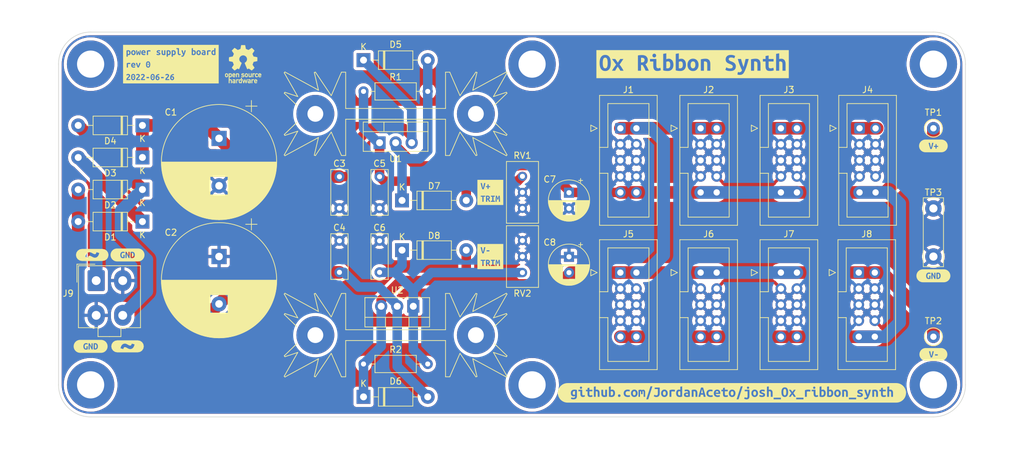
<source format=kicad_pcb>
(kicad_pcb (version 20211014) (generator pcbnew)
  (title_block (title "Josh Ox Ribbon Synth power supply board") (date "2022-06-26") (rev "0") (comment 2 "creativecommons.org/licences/by/4.0") (comment 3 "license: CC by 4.0") (comment 4 "Author: Jordan Aceto"))
  (layers (0 "F.Cu" signal) (31 "B.Cu" signal) (34 "B.Paste" user) (35 "F.Paste" user) (36 "B.SilkS" user "B.Silkscreen") (37 "F.SilkS" user "F.Silkscreen") (38 "B.Mask" user) (39 "F.Mask" user) (44 "Edge.Cuts" user))
  (net 0 "")
  (net 1 "Net-(C1-Pad1)")
  (net 2 "GND")
  (net 3 "Net-(C2-Pad2)")
  (net 4 "Net-(C5-Pad1)")
  (net 5 "Net-(C6-Pad2)")
  (net 6 "+15V")
  (net 7 "-15V")
  (net 8 "Net-(D1-Pad1)")
  (net 9 "Net-(D2-Pad1)")
  (footprint "kibuzzard-62B8A02A" (layer "F.Cu") (at 85.09 106.68)
    (fp_text reference "kibuzzard-62B8A02A" hide)
    (fp_text value "G***" hide)
  )
  (footprint "Package_TO_SOT_THT:TO-220-3_Vertical" (layer "F.Cu") (at 130.556 88.9)
    (fp_text reference "U1" (at 2.54 2.54) (layer "F.SilkS"))
    (fp_text value "LM317_TO-220")
    (pad "1" thru_hole rect (at 0 0) (size 1.905 2) (drill 1.1) (layers *.Cu *.Mask) (net 4 "Net-(C5-Pad1)"))
    (pad "2" thru_hole oval (at 2.54 0) (size 1.905 2) (drill 1.1) (layers *.Cu *.Mask) (net 6 "+15V"))
    (pad "3" thru_hole oval (at 5.08 0) (size 1.905 2) (drill 1.1) (layers *.Cu *.Mask) (net 1 "Net-(C1-Pad1)"))
  )
  (footprint "kibuzzard-62AC7A9F" (layer "F.Cu") (at 180.086 76.454)
    (fp_text reference "kibuzzard-62AC7A9F" hide)
    (fp_text value "G***" hide)
  )
  (footprint "Resistor_THT:R_Axial_DIN0207_L6.3mm_D2.5mm_P10.16mm_Horizontal" (layer "F.Cu") (at 138.176 80.772 180)
    (fp_text reference "R1" (at 5.08 2.286) (layer "F.SilkS"))
    (fp_text value "240")
    (pad "1" thru_hole circle (at 0 0 180) (size 1.6 1.6) (drill 0.8) (layers *.Cu *.Mask) (net 6 "+15V"))
    (pad "2" thru_hole oval (at 10.16 0 180) (size 1.6 1.6) (drill 0.8) (layers *.Cu *.Mask) (net 4 "Net-(C5-Pad1)"))
  )
  (footprint "Diode_THT:D_DO-41_SOD81_P10.16mm_Horizontal" (layer "F.Cu") (at 134.112 98.044)
    (fp_text reference "D7" (at 5.08 -2.286 180) (layer "F.SilkS"))
    (fp_text value "1N4002")
    (fp_text user "K" (at 0 -2.1) (layer "F.SilkS"))
    (pad "1" thru_hole rect (at 0 0) (size 2.2 2.2) (drill 1.1) (layers *.Cu *.Mask) (net 6 "+15V"))
    (pad "2" thru_hole oval (at 10.16 0) (size 2.2 2.2) (drill 1.1) (layers *.Cu *.Mask) (net 4 "Net-(C5-Pad1)"))
  )
  (footprint "kibuzzard-62B89F93" (layer "F.Cu") (at 90.678 106.68)
    (fp_text reference "kibuzzard-62B89F93" hide)
    (fp_text value "G***" hide)
  )
  (footprint "TestPoint:TestPoint_Bridge_Pitch7.62mm_Drill1.3mm" (layer "F.Cu") (at 218.186 106.934 90)
    (fp_text reference "TP3" (at 10.16 0 180) (layer "F.SilkS"))
    (fp_text value "GND")
    (pad "1" thru_hole circle (at 0 0 90) (size 2.6 2.6) (drill 1.3) (layers *.Cu *.Mask) (net 2 "GND"))
    (pad "1" thru_hole circle (at 7.62 0 90) (size 2.6 2.6) (drill 1.3) (layers *.Cu *.Mask) (net 2 "GND"))
  )
  (footprint "kibuzzard-62B89FD2" (layer "F.Cu") (at 148.082 96.774)
    (fp_text reference "kibuzzard-62B89FD2" hide)
    (fp_text value "G***" hide)
  )
  (footprint "Connector_IDC:IDC-Header_2x05_P2.54mm_Vertical" (layer "F.Cu") (at 168.656 86.614)
    (fp_text reference "J1" (at 1.27 -6.1) (layer "F.SilkS"))
    (fp_text value "power_out")
    (pad "1" thru_hole roundrect (at 0 0) (size 1.7 1.7) (drill 1) (layers *.Cu *.Mask) (roundrect_rratio 0.147059) (net 7 "-15V"))
    (pad "2" thru_hole circle (at 2.54 0) (size 1.7 1.7) (drill 1) (layers *.Cu *.Mask) (net 7 "-15V"))
    (pad "3" thru_hole circle (at 0 2.54) (size 1.7 1.7) (drill 1) (layers *.Cu *.Mask) (net 2 "GND"))
    (pad "4" thru_hole circle (at 2.54 2.54) (size 1.7 1.7) (drill 1) (layers *.Cu *.Mask) (net 2 "GND"))
    (pad "5" thru_hole circle (at 0 5.08) (size 1.7 1.7) (drill 1) (layers *.Cu *.Mask) (net 2 "GND"))
    (pad "6" thru_hole circle (at 2.54 5.08) (size 1.7 1.7) (drill 1) (layers *.Cu *.Mask) (net 2 "GND"))
    (pad "7" thru_hole circle (at 0 7.62) (size 1.7 1.7) (drill 1) (layers *.Cu *.Mask) (net 2 "GND"))
    (pad "8" thru_hole circle (at 2.54 7.62) (size 1.7 1.7) (drill 1) (layers *.Cu *.Mask) (net 2 "GND"))
    (pad "9" thru_hole circle (at 0 10.16) (size 1.7 1.7) (drill 1) (layers *.Cu *.Mask) (net 6 "+15V"))
    (pad "10" thru_hole circle (at 2.54 10.16) (size 1.7 1.7) (drill 1) (layers *.Cu *.Mask) (net 6 "+15V"))
  )
  (footprint "Diode_THT:D_DO-41_SOD81_P10.16mm_Horizontal" (layer "F.Cu") (at 93.032 86.158 180)
    (fp_text reference "D4" (at 5.08 -2.47) (layer "F.SilkS"))
    (fp_text value "1N4002")
    (fp_text user "K" (at 0 -2.1) (layer "F.SilkS"))
    (pad "1" thru_hole rect (at 0 0 180) (size 2.2 2.2) (drill 1.1) (layers *.Cu *.Mask) (net 1 "Net-(C1-Pad1)"))
    (pad "2" thru_hole oval (at 10.16 0 180) (size 2.2 2.2) (drill 1.1) (layers *.Cu *.Mask) (net 9 "Net-(D2-Pad1)"))
  )
  (footprint "Symbol:OSHW-Logo_5.7x6mm_SilkScreen" (layer "F.Cu") (at 108.966 76.454)
    (fp_text reference "REF**" hide)
    (fp_text value "OSHW-Logo_5.7x6mm_SilkScreen" hide)
  )
  (footprint "Diode_THT:D_DO-41_SOD81_P10.16mm_Horizontal" (layer "F.Cu") (at 93.032 91.238 180)
    (fp_text reference "D3" (at 5.08 -2.47) (layer "F.SilkS"))
    (fp_text value "1N4002")
    (fp_text user "K" (at 0 -2.1) (layer "F.SilkS"))
    (pad "1" thru_hole rect (at 0 0 180) (size 2.2 2.2) (drill 1.1) (layers *.Cu *.Mask) (net 1 "Net-(C1-Pad1)"))
    (pad "2" thru_hole oval (at 10.16 0 180) (size 2.2 2.2) (drill 1.1) (layers *.Cu *.Mask) (net 8 "Net-(D1-Pad1)"))
  )
  (footprint "MountingHole:MountingHole_4.3mm_M4_DIN965_Pad" (layer "F.Cu") (at 84.836 76.454)
    (fp_text reference "REF**" hide)
    (fp_text value "MountingHole_4.3mm_M4_DIN965_Pad")
    (pad "1" thru_hole circle locked (at 0 0) (size 7.5 7.5) (drill 4.3) (layers *.Cu *.Mask))
  )
  (footprint "Diode_THT:D_DO-41_SOD81_P10.16mm_Horizontal" (layer "F.Cu") (at 93.032 101.398 180)
    (fp_text reference "D1" (at 5.08 -2.47) (layer "F.SilkS"))
    (fp_text value "1N4002")
    (fp_text user "K" (at 0 -2.1) (layer "F.SilkS"))
    (pad "1" thru_hole rect (at 0 0 180) (size 2.2 2.2) (drill 1.1) (layers *.Cu *.Mask) (net 8 "Net-(D1-Pad1)"))
    (pad "2" thru_hole oval (at 10.16 0 180) (size 2.2 2.2) (drill 1.1) (layers *.Cu *.Mask) (net 3 "Net-(C2-Pad2)"))
  )
  (footprint "custom_footprints:Heatsink_Fischer_SK104-STC-STIC_35x13mm_2xDrill2.5mm" (layer "F.Cu") (at 133.096 119.38)
    (fp_text reference "REF**" hide)
    (fp_text value "Heatsink_Fischer_SK104-STC-STIC_35x13mm_2xDrill2.5mm")
    (pad "1" thru_hole circle (at 12.7 0) (size 6 6) (drill 2.5) (layers *.Cu *.Mask))
    (pad "1" thru_hole circle (at -12.7 0 180) (size 6 6) (drill 2.5) (layers *.Cu *.Mask))
  )
  (footprint "Capacitor_THT:CP_Radial_D18.0mm_P7.50mm" (layer "F.Cu") (at 105.156 106.934 -90)
    (fp_text reference "C2" (at -3.81 7.62 180) (layer "F.SilkS"))
    (fp_text value "3300u")
    (pad "1" thru_hole rect (at 0 0 270) (size 2.4 2.4) (drill 1.2) (layers *.Cu *.Mask) (net 2 "GND"))
    (pad "2" thru_hole circle (at 7.5 0 270) (size 2.4 2.4) (drill 1.2) (layers *.Cu *.Mask) (net 3 "Net-(C2-Pad2)"))
  )
  (footprint "Connector_IDC:IDC-Header_2x05_P2.54mm_Vertical" (layer "F.Cu") (at 206.502 86.614)
    (fp_text reference "J4" (at 1.27 -6.1) (layer "F.SilkS"))
    (fp_text value "power_out")
    (pad "1" thru_hole roundrect (at 0 0) (size 1.7 1.7) (drill 1) (layers *.Cu *.Mask) (roundrect_rratio 0.147059) (net 7 "-15V"))
    (pad "2" thru_hole circle (at 2.54 0) (size 1.7 1.7) (drill 1) (layers *.Cu *.Mask) (net 7 "-15V"))
    (pad "3" thru_hole circle (at 0 2.54) (size 1.7 1.7) (drill 1) (layers *.Cu *.Mask) (net 2 "GND"))
    (pad "4" thru_hole circle (at 2.54 2.54) (size 1.7 1.7) (drill 1) (layers *.Cu *.Mask) (net 2 "GND"))
    (pad "5" thru_hole circle (at 0 5.08) (size 1.7 1.7) (drill 1) (layers *.Cu *.Mask) (net 2 "GND"))
    (pad "6" thru_hole circle (at 2.54 5.08) (size 1.7 1.7) (drill 1) (layers *.Cu *.Mask) (net 2 "GND"))
    (pad "7" thru_hole circle (at 0 7.62) (size 1.7 1.7) (drill 1) (layers *.Cu *.Mask) (net 2 "GND"))
    (pad "8" thru_hole circle (at 2.54 7.62) (size 1.7 1.7) (drill 1) (layers *.Cu *.Mask) (net 2 "GND"))
    (pad "9" thru_hole circle (at 0 10.16) (size 1.7 1.7) (drill 1) (layers *.Cu *.Mask) (net 6 "+15V"))
    (pad "10" thru_hole circle (at 2.54 10.16) (size 1.7 1.7) (drill 1) (layers *.Cu *.Mask) (net 6 "+15V"))
  )
  (footprint "kibuzzard-62B89F9F" (layer "F.Cu") (at 218.186 89.408)
    (fp_text reference "kibuzzard-62B89F9F" hide)
    (fp_text value "G***" hide)
  )
  (footprint "Potentiometer_THT:Potentiometer_Bourns_3296W_Vertical" (layer "F.Cu") (at 153.162 104.394 90)
    (fp_text reference "RV2" (at -8.382 0 180) (layer "F.SilkS"))
    (fp_text value "5k")
    (pad "1" thru_hole circle (at 0 0 90) (size 1.44 1.44) (drill 0.8) (layers *.Cu *.Mask) (net 2 "GND"))
    (pad "2" thru_hole circle (at -2.54 0 90) (size 1.44 1.44) (drill 0.8) (layers *.Cu *.Mask) (net 2 "GND"))
    (pad "3" thru_hole circle (at -5.08 0 90) (size 1.44 1.44) (drill 0.8) (layers *.Cu *.Mask) (net 5 "Net-(C6-Pad2)"))
  )
  (footprint "Capacitor_THT:C_Rect_L7.0mm_W2.5mm_P5.00mm" (layer "F.Cu") (at 124.206 104.434 -90)
    (fp_text reference "C4" (at -2.072 0 180) (layer "F.SilkS"))
    (fp_text value "100n")
    (pad "1" thru_hole circle (at 0 0 270) (size 1.6 1.6) (drill 0.8) (layers *.Cu *.Mask) (net 2 "GND"))
    (pad "2" thru_hole circle (at 5 0 270) (size 1.6 1.6) (drill 0.8) (layers *.Cu *.Mask) (net 3 "Net-(C2-Pad2)"))
  )
  (footprint "Connector_IDC:IDC-Header_2x05_P2.54mm_Vertical" (layer "F.Cu") (at 206.376 109.474)
    (fp_text reference "J8" (at 1.27 -6.1) (layer "F.SilkS"))
    (fp_text value "power_out")
    (pad "1" thru_hole roundrect (at 0 0) (size 1.7 1.7) (drill 1) (layers *.Cu *.Mask) (roundrect_rratio 0.147059) (net 7 "-15V"))
    (pad "2" thru_hole circle (at 2.54 0) (size 1.7 1.7) (drill 1) (layers *.Cu *.Mask) (net 7 "-15V"))
    (pad "3" thru_hole circle (at 0 2.54) (size 1.7 1.7) (drill 1) (layers *.Cu *.Mask) (net 2 "GND"))
    (pad "4" thru_hole circle (at 2.54 2.54) (size 1.7 1.7) (drill 1) (layers *.Cu *.Mask) (net 2 "GND"))
    (pad "5" thru_hole circle (at 0 5.08) (size 1.7 1.7) (drill 1) (layers *.Cu *.Mask) (net 2 "GND"))
    (pad "6" thru_hole circle (at 2.54 5.08) (size 1.7 1.7) (drill 1) (layers *.Cu *.Mask) (net 2 "GND"))
    (pad "7" thru_hole circle (at 0 7.62) (size 1.7 1.7) (drill 1) (layers *.Cu *.Mask) (net 2 "GND"))
    (pad "8" thru_hole circle (at 2.54 7.62) (size 1.7 1.7) (drill 1) (layers *.Cu *.Mask) (net 2 "GND"))
    (pad "9" thru_hole circle (at 0 10.16) (size 1.7 1.7) (drill 1) (layers *.Cu *.Mask) (net 6 "+15V"))
    (pad "10" thru_hole circle (at 2.54 10.16) (size 1.7 1.7) (drill 1) (layers *.Cu *.Mask) (net 6 "+15V"))
  )
  (footprint "Connector_IDC:IDC-Header_2x05_P2.54mm_Vertical" (layer "F.Cu") (at 194.056 86.614)
    (fp_text reference "J3" (at 1.27 -6.1) (layer "F.SilkS"))
    (fp_text value "power_out")
    (pad "1" thru_hole roundrect (at 0 0) (size 1.7 1.7) (drill 1) (layers *.Cu *.Mask) (roundrect_rratio 0.147059) (net 7 "-15V"))
    (pad "2" thru_hole circle (at 2.54 0) (size 1.7 1.7) (drill 1) (layers *.Cu *.Mask) (net 7 "-15V"))
    (pad "3" thru_hole circle (at 0 2.54) (size 1.7 1.7) (drill 1) (layers *.Cu *.Mask) (net 2 "GND"))
    (pad "4" thru_hole circle (at 2.54 2.54) (size 1.7 1.7) (drill 1) (layers *.Cu *.Mask) (net 2 "GND"))
    (pad "5" thru_hole circle (at 0 5.08) (size 1.7 1.7) (drill 1) (layers *.Cu *.Mask) (net 2 "GND"))
    (pad "6" thru_hole circle (at 2.54 5.08) (size 1.7 1.7) (drill 1) (layers *.Cu *.Mask) (net 2 "GND"))
    (pad "7" thru_hole circle (at 0 7.62) (size 1.7 1.7) (drill 1) (layers *.Cu *.Mask) (net 2 "GND"))
    (pad "8" thru_hole circle (at 2.54 7.62) (size 1.7 1.7) (drill 1) (layers *.Cu *.Mask) (net 2 "GND"))
    (pad "9" thru_hole circle (at 0 10.16) (size 1.7 1.7) (drill 1) (layers *.Cu *.Mask) (net 6 "+15V"))
    (pad "10" thru_hole circle (at 2.54 10.16) (size 1.7 1.7) (drill 1) (layers *.Cu *.Mask) (net 6 "+15V"))
  )
  (footprint "Connector_IDC:IDC-Header_2x05_P2.54mm_Vertical" (layer "F.Cu") (at 168.656 109.474)
    (fp_text reference "J5" (at 1.27 -6.1) (layer "F.SilkS"))
    (fp_text value "power_out")
    (pad "1" thru_hole roundrect (at 0 0) (size 1.7 1.7) (drill 1) (layers *.Cu *.Mask) (roundrect_rratio 0.147059) (net 7 "-15V"))
    (pad "2" thru_hole circle (at 2.54 0) (size 1.7 1.7) (drill 1) (layers *.Cu *.Mask) (net 7 "-15V"))
    (pad "3" thru_hole circle (at 0 2.54) (size 1.7 1.7) (drill 1) (layers *.Cu *.Mask) (net 2 "GND"))
    (pad "4" thru_hole circle (at 2.54 2.54) (size 1.7 1.7) (drill 1) (layers *.Cu *.Mask) (net 2 "GND"))
    (pad "5" thru_hole circle (at 0 5.08) (size 1.7 1.7) (drill 1) (layers *.Cu *.Mask) (net 2 "GND"))
    (pad "6" thru_hole circle (at 2.54 5.08) (size 1.7 1.7) (drill 1) (layers *.Cu *.Mask) (net 2 "GND"))
    (pad "7" thru_hole circle (at 0 7.62) (size 1.7 1.7) (drill 1) (layers *.Cu *.Mask) (net 2 "GND"))
    (pad "8" thru_hole circle (at 2.54 7.62) (size 1.7 1.7) (drill 1) (layers *.Cu *.Mask) (net 2 "GND"))
    (pad "9" thru_hole circle (at 0 10.16) (size 1.7 1.7) (drill 1) (layers *.Cu *.Mask) (net 6 "+15V"))
    (pad "10" thru_hole circle (at 2.54 10.16) (size 1.7 1.7) (drill 1) (layers *.Cu *.Mask) (net 6 "+15V"))
  )
  (footprint "Capacitor_THT:CP_Radial_D6.3mm_P2.50mm" (layer "F.Cu") (at 160.528 96.814 -90)
    (fp_text reference "C7" (at -2.119621 3.048 180) (layer "F.SilkS"))
    (fp_text value "10u")
    (pad "1" thru_hole rect (at 0 0 270) (size 1.6 1.6) (drill 0.8) (layers *.Cu *.Mask) (net 6 "+15V"))
    (pad "2" thru_hole circle (at 2.5 0 270) (size 1.6 1.6) (drill 0.8) (layers *.Cu *.Mask) (net 2 "GND"))
  )
  (footprint "Capacitor_THT:CP_Radial_D18.0mm_P7.50mm" (layer "F.Cu") (at 105.156 88.21622 -90)
    (fp_text reference "C1" (at -4.14222 7.62 180) (layer "F.SilkS"))
    (fp_text value "3300u")
    (pad "1" thru_hole rect (at 0 0 270) (size 2.4 2.4) (drill 1.2) (layers *.Cu *.Mask) (net 1 "Net-(C1-Pad1)"))
    (pad "2" thru_hole circle (at 7.5 0 270) (size 2.4 2.4) (drill 1.2) (layers *.Cu *.Mask) (net 2 "GND"))
  )
  (footprint "Resistor_THT:R_Axial_DIN0207_L6.3mm_D2.5mm_P10.16mm_Horizontal" (layer "F.Cu") (at 138.176 123.952 180)
    (fp_text reference "R2" (at 5.08 2.286) (layer "F.SilkS"))
    (fp_text value "240")
    (pad "1" thru_hole circle (at 0 0 180) (size 1.6 1.6) (drill 0.8) (layers *.Cu *.Mask) (net 5 "Net-(C6-Pad2)"))
    (pad "2" thru_hole oval (at 10.16 0 180) (size 1.6 1.6) (drill 0.8) (layers *.Cu *.Mask) (net 7 "-15V"))
  )
  (footprint "Capacitor_THT:C_Rect_L7.0mm_W2.5mm_P5.00mm" (layer "F.Cu") (at 130.556 94.274 -90)
    (fp_text reference "C5" (at -2.072 0 180) (layer "F.SilkS"))
    (fp_text value "100n")
    (pad "1" thru_hole circle (at 0 0 270) (size 1.6 1.6) (drill 0.8) (layers *.Cu *.Mask) (net 4 "Net-(C5-Pad1)"))
    (pad "2" thru_hole circle (at 5 0 270) (size 1.6 1.6) (drill 0.8) (layers *.Cu *.Mask) (net 2 "GND"))
  )
  (footprint "custom_footprints:Heatsink_Fischer_SK104-STC-STIC_35x13mm_2xDrill2.5mm" (layer "F.Cu") (at 133.096 84.328)
    (fp_text reference "REF**" hide)
    (fp_text value "Heatsink_Fischer_SK104-STC-STIC_35x13mm_2xDrill2.5mm")
    (pad "1" thru_hole circle (at 12.7 0) (size 6 6) (drill 2.5) (layers *.Cu *.Mask))
    (pad "1" thru_hole circle (at -12.7 0 180) (size 6 6) (drill 2.5) (layers *.Cu *.Mask))
  )
  (footprint "MountingHole:MountingHole_4.3mm_M4_DIN965_Pad" (layer "F.Cu") (at 218.186 76.454)
    (fp_text reference "REF**" hide)
    (fp_text value "MountingHole_4.3mm_M4_DIN965_Pad")
    (pad "1" thru_hole circle locked (at 0 0) (size 7.5 7.5) (drill 4.3) (layers *.Cu *.Mask))
  )
  (footprint "MountingHole:MountingHole_4.3mm_M4_DIN965_Pad" (layer "F.Cu") (at 218.186 127.254)
    (fp_text reference "REF**" hide)
    (fp_text value "MountingHole_4.3mm_M4_DIN965_Pad")
    (pad "1" thru_hole circle locked (at 0 0) (size 7.5 7.5) (drill 4.3) (layers *.Cu *.Mask))
  )
  (footprint "Diode_THT:D_DO-41_SOD81_P10.16mm_Horizontal" (layer "F.Cu") (at 128.016 75.819)
    (fp_text reference "D5" (at 5.08 -2.47) (layer "F.SilkS"))
    (fp_text value "1N4002")
    (fp_text user "K" (at 0 -2.1) (layer "F.SilkS"))
    (pad "1" thru_hole rect (at 0 0) (size 2.2 2.2) (drill 1.1) (layers *.Cu *.Mask) (net 1 "Net-(C1-Pad1)"))
    (pad "2" thru_hole oval (at 10.16 0) (size 2.2 2.2) (drill 1.1) (layers *.Cu *.Mask) (net 6 "+15V"))
  )
  (footprint "MountingHole:MountingHole_4.3mm_M4_DIN965_Pad" (layer "F.Cu") (at 154.686 127.254)
    (fp_text reference "REF**" hide)
    (fp_text value "MountingHole_4.3mm_M4_DIN965_Pad")
    (pad "1" thru_hole circle locked (at 0 0) (size 7.5 7.5) (drill 4.3) (layers *.Cu *.Mask))
  )
  (footprint "TestPoint:TestPoint_Keystone_5000-5004_Miniature" (layer "F.Cu") (at 218.186 119.634)
    (fp_text reference "TP2" (at 0 -2.5) (layer "F.SilkS"))
    (fp_text value "V-")
    (pad "1" thru_hole circle (at 0 0) (size 2 2) (drill 1) (layers *.Cu *.Mask) (net 7 "-15V"))
  )
  (footprint "Connector_IDC:IDC-Header_2x05_P2.54mm_Vertical" (layer "F.Cu") (at 194.056 109.474)
    (fp_text reference "J7" (at 1.27 -6.1) (layer "F.SilkS"))
    (fp_text value "power_out")
    (pad "1" thru_hole roundrect (at 0 0) (size 1.7 1.7) (drill 1) (layers *.Cu *.Mask) (roundrect_rratio 0.147059) (net 7 "-15V"))
    (pad "2" thru_hole circle (at 2.54 0) (size 1.7 1.7) (drill 1) (layers *.Cu *.Mask) (net 7 "-15V"))
    (pad "3" thru_hole circle (at 0 2.54) (size 1.7 1.7) (drill 1) (layers *.Cu *.Mask) (net 2 "GND"))
    (pad "4" thru_hole circle (at 2.54 2.54) (size 1.7 1.7) (drill 1) (layers *.Cu *.Mask) (net 2 "GND"))
    (pad "5" thru_hole circle (at 0 5.08) (size 1.7 1.7) (drill 1) (layers *.Cu *.Mask) (net 2 "GND"))
    (pad "6" thru_hole circle (at 2.54 5.08) (size 1.7 1.7) (drill 1) (layers *.Cu *.Mask) (net 2 "GND"))
    (pad "7" thru_hole circle (at 0 7.62) (size 1.7 1.7) (drill 1) (layers *.Cu *.Mask) (net 2 "GND"))
    (pad "8" thru_hole circle (at 2.54 7.62) (size 1.7 1.7) (drill 1) (layers *.Cu *.Mask) (net 2 "GND"))
    (pad "9" thru_hole circle (at 0 10.16) (size 1.7 1.7) (drill 1) (layers *.Cu *.Mask) (net 6 "+15V"))
    (pad "10" thru_hole circle (at 2.54 10.16) (size 1.7 1.7) (drill 1) (layers *.Cu *.Mask) (net 6 "+15V"))
  )
  (footprint "Connector_IDC:IDC-Header_2x05_P2.54mm_Vertical" (layer "F.Cu") (at 181.356 86.614)
    (fp_text reference "J2" (at 1.27 -6.1) (layer "F.SilkS"))
    (fp_text value "power_out")
    (pad "1" thru_hole roundrect (at 0 0) (size 1.7 1.7) (drill 1) (layers *.Cu *.Mask) (roundrect_rratio 0.147059) (net 7 "-15V"))
    (pad "2" thru_hole circle (at 2.54 0) (size 1.7 1.7) (drill 1) (layers *.Cu *.Mask) (net 7 "-15V"))
    (pad "3" thru_hole circle (at 0 2.54) (size 1.7 1.7) (drill 1) (layers *.Cu *.Mask) (net 2 "GND"))
    (pad "4" thru_hole circle (at 2.54 2.54) (size 1.7 1.7) (drill 1) (layers *.Cu *.Mask) (net 2 "GND"))
    (pad "5" thru_hole circle (at 0 5.08) (size 1.7 1.7) (drill 1) (layers *.Cu *.Mask) (net 2 "GND"))
    (pad "6" thru_hole circle (at 2.54 5.08) (size 1.7 1.7) (drill 1) (layers *.Cu *.Mask) (net 2 "GND"))
    (pad "7" thru_hole circle (at 0 7.62) (size 1.7 1.7) (drill 1) (layers *.Cu *.Mask) (net 2 "GND"))
    (pad "8" thru_hole circle (at 2.54 7.62) (size 1.7 1.7) (drill 1) (layers *.Cu *.Mask) (net 2 "GND"))
    (pad "9" thru_hole circle (at 0 10.16) (size 1.7 1.7) (drill 1) (layers *.Cu *.Mask) (net 6 "+15V"))
    (pad "10" thru_hole circle (at 2.54 10.16) (size 1.7 1.7) (drill 1) (layers *.Cu *.Mask) (net 6 "+15V"))
  )
  (footprint "MountingHole:MountingHole_4.3mm_M4_DIN965_Pad" (layer "F.Cu") (at 154.686 76.454)
    (fp_text reference "REF**" hide)
    (fp_text value "MountingHole_4.3mm_M4_DIN965_Pad")
    (pad "1" thru_hole circle locked (at 0 0) (size 7.5 7.5) (drill 4.3) (layers *.Cu *.Mask))
  )
  (footprint "Connector_IDC:IDC-Header_2x05_P2.54mm_Vertical" (layer "F.Cu") (at 181.356 109.474)
    (fp_text reference "J6" (at 1.27 -6.1) (layer "F.SilkS"))
    (fp_text value "power_out")
    (pad "1" thru_hole roundrect (at 0 0) (size 1.7 1.7) (drill 1) (layers *.Cu *.Mask) (roundrect_rratio 0.147059) (net 7 "-15V"))
    (pad "2" thru_hole circle (at 2.54 0) (size 1.7 1.7) (drill 1) (layers *.Cu *.Mask) (net 7 "-15V"))
    (pad "3" thru_hole circle (at 0 2.54) (size 1.7 1.7) (drill 1) (layers *.Cu *.Mask) (net 2 "GND"))
    (pad "4" thru_hole circle (at 2.54 2.54) (size 1.7 1.7) (drill 1) (layers *.Cu *.Mask) (net 2 "GND"))
    (pad "5" thru_hole circle (at 0 5.08) (size 1.7 1.7) (drill 1) (layers *.Cu *.Mask) (net 2 "GND"))
    (pad "6" thru_hole circle (at 2.54 5.08) (size 1.7 1.7) (drill 1) (layers *.Cu *.Mask) (net 2 "GND"))
    (pad "7" thru_hole circle (at 0 7.62) (size 1.7 1.7) (drill 1) (layers *.Cu *.Mask) (net 2 "GND"))
    (pad "8" thru_hole circle (at 2.54 7.62) (size 1.7 1.7) (drill 1) (layers *.Cu *.Mask) (net 2 "GND"))
    (pad "9" thru_hole circle (at 0 10.16) (size 1.7 1.7) (drill 1) (layers *.Cu *.Mask) (net 6 "+15V"))
    (pad "10" thru_hole circle (at 2.54 10.16) (size 1.7 1.7) (drill 1) (layers *.Cu *.Mask) (net 6 "+15V"))
  )
  (footprint "MountingHole:MountingHole_4.3mm_M4_DIN965_Pad" (layer "F.Cu") (at 84.836 127.254)
    (fp_text reference "REF**" hide)
    (fp_text value "MountingHole_4.3mm_M4_DIN965_Pad")
    (pad "1" thru_hole circle locked (at 0 0) (size 7.5 7.5) (drill 4.3) (layers *.Cu *.Mask))
  )
  (footprint "kibuzzard-62B89FA9" (layer "F.Cu") (at 218.186 122.428)
    (fp_text reference "kibuzzard-62B89FA9" hide)
    (fp_text value "G***" hide)
  )
  (footprint "kibuzzard-62B89F93" (layer "F.Cu") (at 84.836 121.158)
    (fp_text reference "kibuzzard-62B89F93" hide)
    (fp_text value "G***" hide)
  )
  (footprint "Diode_THT:D_DO-41_SOD81_P10.16mm_Horizontal" (layer "F.Cu") (at 128.016 129.159)
    (fp_text reference "D6" (at 5.08 -2.47) (layer "F.SilkS"))
    (fp_text value "1N4002")
    (fp_text user "K" (at 0 -2.1) (layer "F.SilkS"))
    (pad "1" thru_hole rect (at 0 0) (size 2.2 2.2) (drill 1.1) (layers *.Cu *.Mask) (net 7 "-15V"))
    (pad "2" thru_hole oval (at 10.16 0) (size 2.2 2.2) (drill 1.1) (layers *.Cu *.Mask) (net 3 "Net-(C2-Pad2)"))
  )
  (footprint "Connector_Molex:Molex_Mini-Fit_Jr_5566-04A_2x02_P4.20mm_Vertical" (layer "F.Cu") (at 85.716 110.744)
    (fp_text reference "J9" (at -4.436 2.032) (layer "F.SilkS"))
    (fp_text value "AC_power_in")
    (pad "1" thru_hole roundrect (at 0 0) (size 2.7 3.3) (drill 1.4) (layers *.Cu *.Mask) (roundrect_rratio 0.092593) (net 8 "Net-(D1-Pad1)"))
    (pad "2" thru_hole oval (at 4.2 0) (size 2.7 3.3) (drill 1.4) (layers *.Cu *.Mask) (net 2 "GND"))
    (pad "3" thru_hole oval (at 0 5.5) (size 2.7 3.3) (drill 1.4) (layers *.Cu *.Mask) (net 2 "GND"))
    (pad "4" thru_hole oval (at 4.2 5.5) (size 2.7 3.3) (drill 1.4) (layers *.Cu *.Mask) (net 9 "Net-(D2-Pad1)"))
  )
  (footprint "Capacitor_THT:C_Rect_L7.0mm_W2.5mm_P5.00mm" (layer "F.Cu") (at 124.206 94.274 -90)
    (fp_text reference "C3" (at -2.072 0 180) (layer "F.SilkS"))
    (fp_text value "100n")
    (pad "1" thru_hole circle (at 0 0 270) (size 1.6 1.6) (drill 0.8) (layers *.Cu *.Mask) (net 1 "Net-(C1-Pad1)"))
    (pad "2" thru_hole circle (at 5 0 270) (size 1.6 1.6) (drill 0.8) (layers *.Cu *.Mask) (net 2 "GND"))
  )
  (footprint "Capacitor_THT:C_Rect_L7.0mm_W2.5mm_P5.00mm" (layer "F.Cu") (at 130.556 104.434 -90)
    (fp_text reference "C6" (at -2.072 0 180) (layer "F.SilkS"))
    (fp_text value "100n")
    (pad "1" thru_hole circle (at 0 0 270) (size 1.6 1.6) (drill 0.8) (layers *.Cu *.Mask) (net 2 "GND"))
    (pad "2" thru_hole circle (at 5 0 270) (size 1.6 1.6) (drill 0.8) (layers *.Cu *.Mask) (net 5 "Net-(C6-Pad2)"))
  )
  (footprint "Diode_THT:D_DO-41_SOD81_P10.16mm_Horizontal" (layer "F.Cu") (at 93.032 96.318 180)
    (fp_text reference "D2" (at 5.08 -2.47) (layer "F.SilkS"))
    (fp_text value "1N4002")
    (fp_text user "K" (at 0 -2.1) (layer "F.SilkS"))
    (pad "1" thru_hole rect (at 0 0 180) (size 2.2 2.2) (drill 1.1) (layers *.Cu *.Mask) (net 9 "Net-(D2-Pad1)"))
    (pad "2" thru_hole oval (at 10.16 0 180) (size 2.2 2.2) (drill 1.1) (layers *.Cu *.Mask) (net 3 "Net-(C2-Pad2)"))
  )
  (footprint "Capacitor_THT:CP_Radial_D6.3mm_P2.50mm" (layer "F.Cu") (at 160.528 106.974 -90)
    (fp_text reference "C8" (at -2.286 3.048 180) (layer "F.SilkS"))
    (fp_text value "10u")
    (pad "1" thru_hole rect (at 0 0 270) (size 1.6 1.6) (drill 0.8) (layers *.Cu *.Mask) (net 2 "GND"))
    (pad "2" thru_hole circle (at 2.5 0 270) (size 1.6 1.6) (drill 0.8) (layers *.Cu *.Mask) (net 7 "-15V"))
  )
  (footprint "TestPoint:TestPoint_Keystone_5000-5004_Miniature" (layer "F.Cu") (at 218.186 86.614)
    (fp_text reference "TP1" (at 0 -2.5) (layer "F.SilkS"))
    (fp_text value "V+")
    (pad "1" thru_hole circle (at 0 0) (size 2 2) (drill 1) (layers *.Cu *.Mask) (net 6 "+15V"))
  )
  (footprint "Package_TO_SOT_THT:TO-220-3_Vertical" (layer "F.Cu") (at 135.89 114.808 180)
    (fp_text reference "U2" (at 2.54 2.54) (layer "F.SilkS"))
    (fp_text value "LM337_TO220")
    (pad "1" thru_hole rect (at 0 0 180) (size 1.905 2) (drill 1.1) (layers *.Cu *.Mask) (net 5 "Net-(C6-Pad2)"))
    (pad "2" thru_hole oval (at 2.54 0 180) (size 1.905 2) (drill 1.1) (layers *.Cu *.Mask) (net 3 "Net-(C2-Pad2)"))
    (pad "3" thru_hole oval (at 5.08 0 180) (size 1.905 2) (drill 1.1) (layers *.Cu *.Mask) (net 7 "-15V"))
  )
  (footprint "Potentiometer_THT:Potentiometer_Bourns_3296W_Vertical" (layer "F.Cu") (at 153.162 94.224 90)
    (fp_text reference "RV1" (at 3.292 0 180) (layer "F.SilkS"))
    (fp_text value "5k")
    (pad "1" thru_hole circle (at 0 0 90) (size 1.44 1.44) (drill 0.8) (layers *.Cu *.Mask) (net 4 "Net-(C5-Pad1)"))
    (pad "2" thru_hole circle (at -2.54 0 90) (size 1.44 1.44) (drill 0.8) (layers *.Cu *.Mask) (net 2 "GND"))
    (pad "3" thru_hole circle (at -5.08 0 90) (size 1.44 1.44) (drill 0.8) (layers *.Cu *.Mask) (net 2 "GND"))
  )
  (footprint "kibuzzard-62B8A02A" (layer "F.Cu") (at 90.678 121.158)
    (fp_text reference "kibuzzard-62B8A02A" hide)
    (fp_text value "G***" hide)
  )
  (footprint "kibuzzard-62B89FC4" (layer "F.Cu") (at 148.082 106.934)
    (fp_text reference "kibuzzard-62B89FC4" hide)
    (fp_text value "G***" hide)
  )
  (footprint "kibuzzard-62B8A297" (layer "F.Cu") (at 186.309 128.524)
    (fp_text reference "kibuzzard-62B8A297" hide)
    (fp_text value "G***" hide)
  )
  (footprint "kibuzzard-62B8A17C" (layer "F.Cu") (at 97.536 76.454)
    (fp_text reference "kibuzzard-62B8A17C" hide)
    (fp_text value "G***" hide)
  )
  (footprint "kibuzzard-62B89F93" (layer "F.Cu") (at 218.186 109.982)
    (fp_text reference "kibuzzard-62B89F93" hide)
    (fp_text value "G***" hide)
  )
  (footprint "Diode_THT:D_DO-41_SOD81_P10.16mm_Horizontal" (layer "F.Cu") (at 134.112 105.918)
    (fp_text reference "D8" (at 5.08 -2.286) (layer "F.SilkS"))
    (fp_text value "1N4002")
    (fp_text user "K" (at 0 -2.1) (layer "F.SilkS"))
    (pad "1" thru_hole rect (at 0 0) (size 2.2 2.2) (drill 1.1) (layers *.Cu *.Mask) (net 5 "Net-(C6-Pad2)"))
    (pad "2" thru_hole oval (at 10.16 0) (size 2.2 2.2) (drill 1.1) (layers *.Cu *.Mask) (net 7 "-15V"))
  )
  (gr_arc (start 218.186 71.374) (mid 221.778102 72.861898) (end 223.266 76.454) (layer "Edge.Cuts") (width 0.1))
  (gr_arc (start 79.756 76.454) (mid 81.243898 72.861898) (end 84.836 71.374) (layer "Edge.Cuts") (width 0.1))
  (gr_line (start 79.756 76.454) (end 79.756 127.254) (layer "Edge.Cuts") (width 0.1))
  (gr_line (start 223.266 127.254) (end 223.266 76.454) (layer "Edge.Cuts") (width 0.1))
  (gr_arc (start 223.266 127.254) (mid 221.778102 130.846102) (end 218.186 132.334) (layer "Edge.Cuts") (width 0.1))
  (gr_arc (start 84.836 132.334) (mid 81.243898 130.846102) (end 79.756 127.254) (layer "Edge.Cuts") (width 0.1))
  (gr_line (start 84.836 132.334) (end 218.186 132.334) (layer "Edge.Cuts") (width 0.1))
  (gr_line (start 218.186 71.374) (end 84.836 71.374) (layer "Edge.Cuts") (width 0.1))
  (segment (start 127.254 92.456) (end 125.436 94.274) (width 1.5) (layer "F.Cu") (net 1))
  (segment (start 135.636 88.9) (end 135.636 87.884) (width 1.5) (layer "F.Cu") (net 1))
  (segment (start 93.032 91.238) (end 93.032 86.158) (width 2) (layer "F.Cu") (net 1))
  (segment (start 125.436 94.274) (end 124.206 94.274) (width 1.5) (layer "F.Cu") (net 1))
  (segment (start 127.254 88.392) (end 127.254 92.456) (width 1.5) (layer "F.Cu") (net 1))
  (segment (start 124.206 94.274) (end 111.21378 94.274) (width 2) (layer "F.Cu") (net 1))
  (segment (start 134.366 86.614) (end 129.032 86.614) (width 1.5) (layer "F.Cu") (net 1))
  (segment (start 129.032 86.614) (end 127.254 88.392) (width 1.5) (layer "F.Cu") (net 1))
  (segment (start 111.21378 94.274) (end 105.156 88.21622) (width 2) (layer "F.Cu") (net 1))
  (segment (start 93.032 86.158) (end 103.09778 86.158) (width 2) (layer "F.Cu") (net 1))
  (segment (start 135.636 87.884) (end 134.366 86.614) (width 1.5) (layer "F.Cu") (net 1))
  (segment (start 103.09778 86.158) (end 105.156 88.21622) (width 2) (layer "F.Cu") (net 1))
  (segment (start 135.636 83.439) (end 135.636 88.9) (width 1.5) (layer "B.Cu") (net 1))
  (segment (start 128.016 75.819) (end 135.636 83.439) (width 1.5) (layer "B.Cu") (net 1))
  (segment (start 82.872 96.318) (end 82.872 101.398) (width 2) (layer "F.Cu") (net 3))
  (segment (start 82.872 118.432) (end 86.36 121.92) (width 2) (layer "F.Cu") (net 3))
  (segment (start 82.872 101.398) (end 82.872 118.432) (width 2) (layer "F.Cu") (net 3))
  (segment (start 110.156 109.434) (end 124.206 109.434) (width 2) (layer "F.Cu") (net 3))
  (segment (start 97.67 121.92) (end 105.156 114.434) (width 2) (layer "F.Cu") (net 3))
  (segment (start 86.36 121.92) (end 97.67 121.92) (width 2) (layer "F.Cu") (net 3))
  (segment (start 105.156 114.434) (end 110.156 109.434) (width 2) (layer "F.Cu") (net 3))
  (segment (start 133.35 124.333) (end 138.176 129.159) (width 1.5) (layer "B.Cu") (net 3))
  (segment (start 130.500041 111.76) (end 127.254 111.76) (width 1.5) (layer "B.Cu") (net 3))
  (segment (start 133.096 114.355959) (end 130.500041 111.76) (width 1.5) (layer "B.Cu") (net 3))
  (segment (start 124.928 109.434) (end 124.206 109.434) (width 1.5) (layer "B.Cu") (net 3))
  (segment (start 127.254 111.76) (end 124.928 109.434) (width 1.5) (layer "B.Cu") (net 3))
  (segment (start 133.35 114.935) (end 133.35 124.333) (width 1.5) (layer "B.Cu") (net 3))
  (segment (start 152.39 94.996) (end 153.162 94.224) (width 1.5) (layer "F.Cu") (net 4))
  (segment (start 144.272 95.25) (end 144.018 94.996) (width 1.5) (layer "F.Cu") (net 4))
  (segment (start 131.278 94.996) (end 144.018 94.996) (width 1.5) (layer "F.Cu") (net 4))
  (segment (start 144.018 94.996) (end 152.39 94.996) (width 1.5) (layer "F.Cu") (net 4))
  (segment (start 144.272 98.044) (end 144.272 95.25) (width 1.5) (layer "F.Cu") (net 4))
  (segment (start 130.556 94.274) (end 131.278 94.996) (width 1.5) (layer "F.Cu") (net 4))
  (segment (start 130.556 89.154) (end 130.556 94.274) (width 1.5) (layer "F.Cu") (net 4))
  (segment (start 128.016 80.772) (end 128.016 86.614) (width 1.5) (layer "B.Cu") (net 4))
  (segment (start 128.016 86.614) (end 130.556 89.154) (width 1.5) (layer "B.Cu") (net 4))
  (segment (start 133.016 109.434) (end 130.556 109.434) (width 1.5) (layer "B.Cu") (net 5))
  (segment (start 138.724 109.474) (end 135.89 112.308) (width 1.5) (layer "B.Cu") (net 5))
  (segment (start 153.162 109.474) (end 138.724 109.474) (width 1.5) (layer "B.Cu") (net 5))
  (segment (start 135.89 112.308) (end 135.235 111.653) (width 1.5) (layer "B.Cu") (net 5))
  (segment (start 134.112 105.918) (end 134.112 108.338) (width 1.5) (layer "B.Cu") (net 5))
  (segment (start 134.112 108.338) (end 133.016 109.434) (width 1.5) (layer "B.Cu") (net 5))
  (segment (start 135.89 121.666) (end 138.176 123.952) (width 1.5) (layer "B.Cu") (net 5))
  (segment (start 135.89 114.935) (end 135.89 121.666) (width 1.5) (layer "B.Cu") (net 5))
  (segment (start 135.89 114.808) (end 135.89 112.308) (width 1.5) (layer "B.Cu") (net 5))
  (segment (start 135.235 111.653) (end 133.016 109.434) (width 1.5) (layer "B.Cu") (net 5))
  (segment (start 156.532499 92.524499) (end 160.782 96.774) (width 1.5) (layer "F.Cu") (net 6))
  (segment (start 136.275208 92.564) (end 152.418542 92.564) (width 1.5) (layer "F.Cu") (net 6))
  (segment (start 218.186 89.086081) (end 218.186 86.614) (width 2) (layer "F.Cu") (net 6))
  (segment (start 196.596 96.774) (end 194.056 96.774) (width 2) (layer "F.Cu") (net 6))
  (segment (start 133.096 89.384792) (end 136.275208 92.564) (width 1.5) (layer "F.Cu") (net 6))
  (segment (start 160.528 96.814) (end 160.568 96.774) (width 1.5) (layer "F.Cu") (net 6))
  (segment (start 196.596 96.774) (end 209.296 96.774) (width 2) (layer "F.Cu") (net 6))
  (segment (start 152.418542 92.564) (end 152.458043 92.524499) (width 1.5) (layer "F.Cu") (net 6))
  (segment (start 152.458043 92.524499) (end 156.532499 92.524499) (width 1.5) (layer "F.Cu") (net 6))
  (segment (start 160.568 96.774) (end 168.656 96.774) (width 1.5) (layer "F.Cu") (net 6))
  (segment (start 183.896 96.774) (end 168.656 96.774) (width 2) (layer "F.Cu") (net 6))
  (segment (start 208.916 119.634) (end 168.656 119.634) (width 2) (layer "F.Cu") (net 6))
  (segment (start 210.498081 96.774) (end 218.186 89.086081) (width 2) (layer "F.Cu") (net 6))
  (segment (start 209.296 96.774) (end 210.498081 96.774) (width 2) (layer "F.Cu") (net 6))
  (segment (start 160.782 96.774) (end 160.782 96.814) (width 1.5) (layer "F.Cu") (net 6))
  (segment (start 138.176 80.772) (end 138.176 90.17) (width 1.5) (layer "B.Cu") (net 6))
  (segment (start 206.376 119.634) (end 210.566 119.634) (width 2) (layer "B.Cu") (net 6))
  (segment (start 136.906 91.44) (end 134.874 91.44) (width 1.5) (layer "B.Cu") (net 6))
  (segment (start 211.074 96.774) (end 206.502 96.774) (width 2) (layer "B.Cu") (net 6))
  (segment (start 138.176 75.819) (end 138.176 80.772) (width 1.5) (layer "B.Cu") (net 6))
  (segment (start 138.176 90.17) (end 136.906 91.44) (width 1.5) (layer "B.Cu") (net 6))
  (segment (start 212.852 98.552) (end 211.074 96.774) (width 2) (layer "B.Cu") (net 6))
  (segment (start 133.096 89.662) (end 133.096 88.9) (width 1.5) (layer "B.Cu") (net 6))
  (segment (start 134.112 98.044) (end 134.112 90.678) (width 1.5) (layer "B.Cu") (net 6))
  (segment (start 134.112 90.678) (end 133.096 89.662) (width 1.5) (layer "B.Cu") (net 6))
  (segment (start 210.566 119.634) (end 212.852 117.348) (width 2) (layer "B.Cu") (net 6))
  (segment (start 196.596 96.774) (end 181.356 96.774) (width 2) (layer "B.Cu") (net 6))
  (segment (start 134.874 91.44) (end 133.096 89.662) (width 1.5) (layer "B.Cu") (net 6))
  (segment (start 212.852 117.348) (end 212.852 98.552) (width 2) (layer "B.Cu") (net 6))
  (segment (start 168.656 109.474) (end 160.782 109.474) (width 2) (layer "F.Cu") (net 7))
  (segment (start 144.272 105.918) (end 144.272 110.744) (width 1.5) (layer "F.Cu") (net 7))
  (segment (start 130.81 113.792) (end 133.858 110.744) (width 1.5) (layer "F.Cu") (net 7))
  (segment (start 158.75 111.252) (end 160.528 109.474) (width 1.5) (layer "F.Cu") (net 7))
  (segment (start 133.858 110.744) (end 144.272 110.744) (width 1.5) (layer "F.Cu") (net 7))
  (segment (start 183.896 109.474) (end 168.656 109.474) (width 2) (layer "F.Cu") (net 7))
  (segment (start 151.742499 110.744) (end 152.250499 111.252) (width 1.5) (layer "F.Cu") (net 7))
  (segment (start 144.272 110.744) (end 151.742499 110.744) (width 1.5) (layer "F.Cu") (net 7))
  (segment (start 208.916 109.474) (end 210.118081 109.474) (width 2) (layer "F.Cu") (net 7))
  (segment (start 194.056 109.474) (end 208.916 109.474) (width 2) (layer "F.Cu") (net 7))
  (segment (start 218.186 117.541919) (end 218.186 119.634) (width 2) (layer "F.Cu") (net 7))
  (segment (start 210.118081 109.474) (end 218.186 117.541919) (width 2) (layer "F.Cu") (net 7))
  (segment (start 209.296 86.614) (end 168.656 86.614) (width 2) (layer "F.Cu") (net 7))
  (segment (start 152.250499 111.252) (end 158.75 111.252) (width 1.5) (layer "F.Cu") (net 7))
  (segment (start 130.81 114.808) (end 130.81 113.792) (width 1.5) (layer "F.Cu") (net 7))
  (segment (start 172.72 109.474) (end 175.514 106.68) (width 2) (layer "B.Cu") (net 7))
  (segment (start 130.81 121.158) (end 128.016 123.952) (width 1.5) (layer "B.Cu") (net 7))
  (segment (start 171.196 109.474) (end 172.72 109.474) (width 2) (layer "B.Cu") (net 7))
  (segment (start 128.016 123.952) (end 128.016 129.159) (width 1.5) (layer "B.Cu") (net 7))
  (segment (start 175.514 88.646) (end 173.482 86.614) (width 2) (layer "B.Cu") (net 7))
  (segment (start 173.482 86.614) (end 171.196 86.614) (width 2) (layer "B.Cu") (net 7))
  (segment (start 130.81 114.935) (end 130.81 121.158) (width 1.5) (layer "B.Cu") (net 7))
  (segment (start 175.514 106.68) (end 175.514 88.646) (width 2) (layer "B.Cu") (net 7))
  (segment (start 196.596 109.474) (end 181.356 109.474) (width 2) (layer "B.Cu") (net 7))
  (segment (start 93.032 101.398) (end 82.872 91.238) (width 2) (layer "F.Cu") (net 8))
  (segment (start 85.716 94.082) (end 82.872 91.238) (width 2) (layer "B.Cu") (net 8))
  (segment (start 85.716 110.744) (end 85.716 94.082) (width 2) (layer "B.Cu") (net 8))
  (segment (start 93.032 96.318) (end 82.872 86.158) (width 2) (layer "F.Cu") (net 9))
  (segment (start 93.032 96.318) (end 89.662 99.688) (width 2) (layer "B.Cu") (net 9))
  (segment (start 93.726 112.434) (end 89.916 116.244) (width 2) (layer "B.Cu") (net 9))
  (segment (start 93.726 107.442) (end 93.726 112.434) (width 2) (layer "B.Cu") (net 9))
  (segment (start 89.662 103.378) (end 93.726 107.442) (width 2) (layer "B.Cu") (net 9))
  (segment (start 89.662 99.688) (end 89.662 103.378) (width 2) (layer "B.Cu") (net 9))
  (zone (net 2) (net_name "GND") (layer "F.Cu") (connect_pads (clearance 0.508)) (min_thickness 0.254) (fill yes (thermal_gap 0.508) (thermal_bridge_width 0.508))
    (polygon (pts (xy 227.076 134.874) (xy 77.216 134.874) (xy 77.216 68.834) (xy 227.076 68.834)))
  )
  (zone (net 0) (net_name "") (layer "F.Cu") (connect_pads (clearance 0)) (min_thickness 0.254)
    (keepout (tracks not_allowed) (vias not_allowed) (pads allowed) (copperpour not_allowed) (footprints allowed))
    (fill (thermal_gap 0.508) (thermal_bridge_width 0.508))
    (polygon (pts (xy 125.73 118.11) (xy 140.462 118.11) (xy 140.462 112.014) (xy 151.384 112.014) (xy 151.384 126.492) (xy 140.462 126.492) (xy 140.462 120.65) (xy 125.73 120.65) (xy 125.73 126.492) (xy 114.808 126.492) (xy 114.808 112.014) (xy 125.73 112.014)))
  )
  (zone (net 0) (net_name "") (layer "F.Cu") (connect_pads (clearance 0)) (min_thickness 0.254)
    (keepout (tracks not_allowed) (vias not_allowed) (pads allowed) (copperpour not_allowed) (footprints allowed))
    (fill (thermal_gap 0.508) (thermal_bridge_width 0.508))
    (polygon (pts (xy 125.73 83.058) (xy 140.462 83.058) (xy 140.462 77.216) (xy 151.384 77.216) (xy 151.384 91.44) (xy 140.462 91.44) (xy 140.462 85.598) (xy 125.73 85.598) (xy 125.73 91.44) (xy 114.808 91.44) (xy 114.808 77.216) (xy 125.73 77.216)))
  )
  (zone (net 2) (net_name "GND") (layer "B.Cu") (connect_pads (clearance 0.508)) (min_thickness 0.254) (fill yes (thermal_gap 0.508) (thermal_bridge_width 0.508))
    (polygon (pts (xy 229.616 137.414) (xy 74.676 137.414) (xy 74.676 66.294) (xy 229.616 66.294)))
  )
)
</source>
